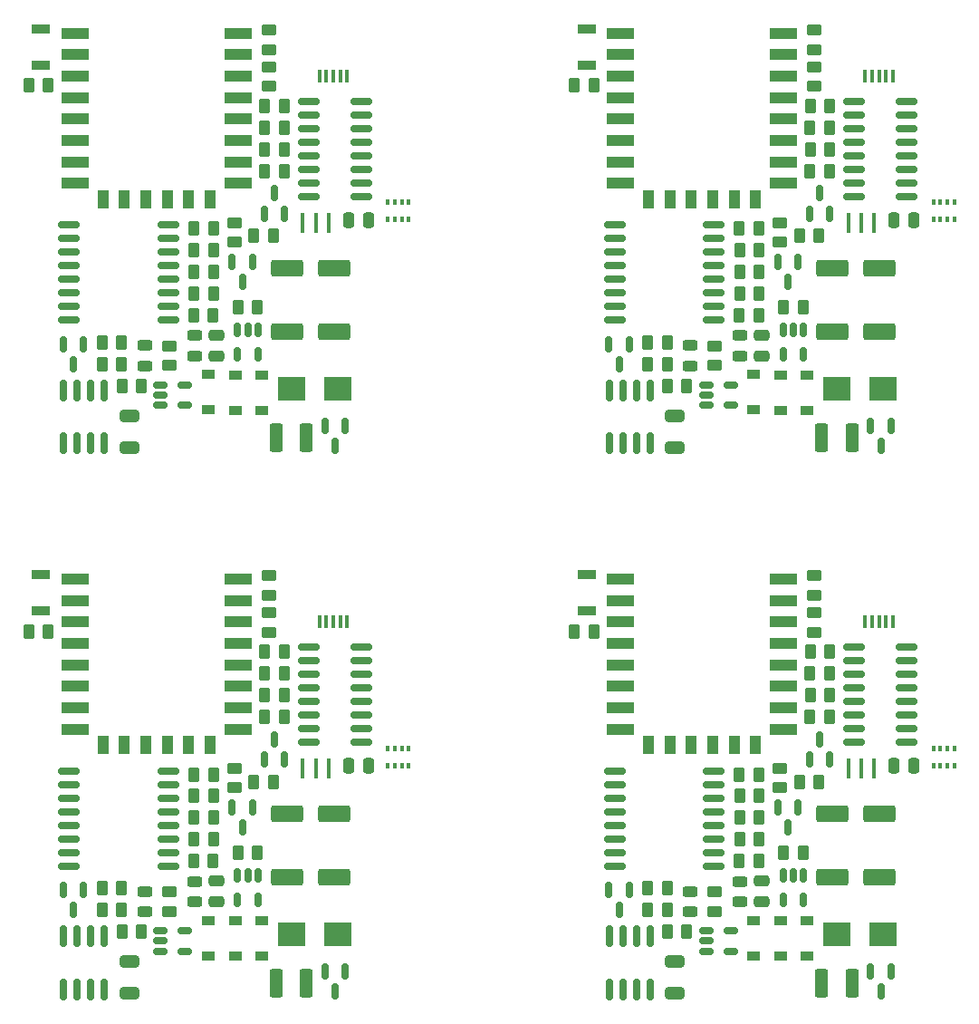
<source format=gtp>
G04 #@! TF.GenerationSoftware,KiCad,Pcbnew,(6.0.9)*
G04 #@! TF.CreationDate,2023-01-12T22:26:46+07:00*
G04 #@! TF.ProjectId,ESP12CORE_B_panel,45535031-3243-44f5-9245-5f425f70616e,rev?*
G04 #@! TF.SameCoordinates,Original*
G04 #@! TF.FileFunction,Paste,Top*
G04 #@! TF.FilePolarity,Positive*
%FSLAX46Y46*%
G04 Gerber Fmt 4.6, Leading zero omitted, Abs format (unit mm)*
G04 Created by KiCad (PCBNEW (6.0.9)) date 2023-01-12 22:26:46*
%MOMM*%
%LPD*%
G01*
G04 APERTURE LIST*
G04 Aperture macros list*
%AMRoundRect*
0 Rectangle with rounded corners*
0 $1 Rounding radius*
0 $2 $3 $4 $5 $6 $7 $8 $9 X,Y pos of 4 corners*
0 Add a 4 corners polygon primitive as box body*
4,1,4,$2,$3,$4,$5,$6,$7,$8,$9,$2,$3,0*
0 Add four circle primitives for the rounded corners*
1,1,$1+$1,$2,$3*
1,1,$1+$1,$4,$5*
1,1,$1+$1,$6,$7*
1,1,$1+$1,$8,$9*
0 Add four rect primitives between the rounded corners*
20,1,$1+$1,$2,$3,$4,$5,0*
20,1,$1+$1,$4,$5,$6,$7,0*
20,1,$1+$1,$6,$7,$8,$9,0*
20,1,$1+$1,$8,$9,$2,$3,0*%
G04 Aperture macros list end*
%ADD10R,2.500000X1.000000*%
%ADD11R,1.000000X1.800000*%
%ADD12R,1.200000X0.900000*%
%ADD13R,0.350000X0.500000*%
%ADD14R,1.700000X0.900000*%
%ADD15RoundRect,0.150000X-0.150000X0.587500X-0.150000X-0.587500X0.150000X-0.587500X0.150000X0.587500X0*%
%ADD16RoundRect,0.250000X-0.262500X-0.450000X0.262500X-0.450000X0.262500X0.450000X-0.262500X0.450000X0*%
%ADD17RoundRect,0.250000X0.262500X0.450000X-0.262500X0.450000X-0.262500X-0.450000X0.262500X-0.450000X0*%
%ADD18RoundRect,0.250000X-1.250000X-0.550000X1.250000X-0.550000X1.250000X0.550000X-1.250000X0.550000X0*%
%ADD19RoundRect,0.150000X-0.875000X-0.150000X0.875000X-0.150000X0.875000X0.150000X-0.875000X0.150000X0*%
%ADD20RoundRect,0.250000X-0.250000X-0.475000X0.250000X-0.475000X0.250000X0.475000X-0.250000X0.475000X0*%
%ADD21RoundRect,0.150000X-0.825000X-0.150000X0.825000X-0.150000X0.825000X0.150000X-0.825000X0.150000X0*%
%ADD22RoundRect,0.150000X0.150000X-0.587500X0.150000X0.587500X-0.150000X0.587500X-0.150000X-0.587500X0*%
%ADD23RoundRect,0.150000X-0.512500X-0.150000X0.512500X-0.150000X0.512500X0.150000X-0.512500X0.150000X0*%
%ADD24R,2.500000X2.300000*%
%ADD25RoundRect,0.250000X-0.650000X0.325000X-0.650000X-0.325000X0.650000X-0.325000X0.650000X0.325000X0*%
%ADD26RoundRect,0.250000X0.450000X-0.262500X0.450000X0.262500X-0.450000X0.262500X-0.450000X-0.262500X0*%
%ADD27RoundRect,0.250000X0.475000X-0.250000X0.475000X0.250000X-0.475000X0.250000X-0.475000X-0.250000X0*%
%ADD28RoundRect,0.150000X-0.150000X0.825000X-0.150000X-0.825000X0.150000X-0.825000X0.150000X0.825000X0*%
%ADD29RoundRect,0.150000X-0.150000X0.512500X-0.150000X-0.512500X0.150000X-0.512500X0.150000X0.512500X0*%
%ADD30RoundRect,0.243750X-0.456250X0.243750X-0.456250X-0.243750X0.456250X-0.243750X0.456250X0.243750X0*%
%ADD31RoundRect,0.243750X0.456250X-0.243750X0.456250X0.243750X-0.456250X0.243750X-0.456250X-0.243750X0*%
%ADD32R,0.450000X1.300000*%
%ADD33RoundRect,0.250000X0.375000X1.075000X-0.375000X1.075000X-0.375000X-1.075000X0.375000X-1.075000X0*%
%ADD34R,0.400000X1.900000*%
%ADD35RoundRect,0.250000X-0.450000X0.262500X-0.450000X-0.262500X0.450000X-0.262500X0.450000X0.262500X0*%
G04 APERTURE END LIST*
D10*
X164400000Y-112328000D03*
X164400000Y-114328000D03*
X164400000Y-116328000D03*
X164400000Y-118328000D03*
X164400000Y-120328000D03*
X164400000Y-122328000D03*
X164400000Y-124328000D03*
X164400000Y-126328000D03*
D11*
X167000000Y-127828000D03*
X169000000Y-127828000D03*
X171000000Y-127828000D03*
X173000000Y-127828000D03*
X175000000Y-127828000D03*
X177000000Y-127828000D03*
D10*
X179600000Y-126328000D03*
X179600000Y-124328000D03*
X179600000Y-122328000D03*
X179600000Y-120328000D03*
X179600000Y-118328000D03*
X179600000Y-116328000D03*
X179600000Y-114328000D03*
X179600000Y-112328000D03*
X113400000Y-112328000D03*
X113400000Y-114328000D03*
X113400000Y-116328000D03*
X113400000Y-118328000D03*
X113400000Y-120328000D03*
X113400000Y-122328000D03*
X113400000Y-124328000D03*
X113400000Y-126328000D03*
D11*
X116000000Y-127828000D03*
X118000000Y-127828000D03*
X120000000Y-127828000D03*
X122000000Y-127828000D03*
X124000000Y-127828000D03*
X126000000Y-127828000D03*
D10*
X128600000Y-126328000D03*
X128600000Y-124328000D03*
X128600000Y-122328000D03*
X128600000Y-120328000D03*
X128600000Y-118328000D03*
X128600000Y-116328000D03*
X128600000Y-114328000D03*
X128600000Y-112328000D03*
D12*
X179350000Y-147525000D03*
X179350000Y-144225000D03*
D13*
X195572362Y-78726687D03*
X194922362Y-78726687D03*
X194272362Y-78726687D03*
X193622362Y-78726687D03*
X193622362Y-77126687D03*
X194272362Y-77126687D03*
X194922362Y-77126687D03*
X195572362Y-77126687D03*
D14*
X110200827Y-60887897D03*
X110200827Y-64287897D03*
D15*
X165197348Y-90358224D03*
X163297348Y-90358224D03*
X164247348Y-92233224D03*
D12*
X176852177Y-144199169D03*
X176852177Y-147499169D03*
D16*
X182105336Y-121104000D03*
X183930336Y-121104000D03*
D17*
X177316594Y-79561634D03*
X175491594Y-79561634D03*
D16*
X175476200Y-87630000D03*
X177301200Y-87630000D03*
D18*
X184182000Y-140154000D03*
X188582000Y-140154000D03*
D12*
X130825000Y-93250000D03*
X130825000Y-96550000D03*
D19*
X163825000Y-130230000D03*
X163825000Y-131500000D03*
X163825000Y-132770000D03*
X163825000Y-134040000D03*
X163825000Y-135310000D03*
X163825000Y-136580000D03*
X163825000Y-137850000D03*
X163825000Y-139120000D03*
X173125000Y-139120000D03*
X173125000Y-137850000D03*
X173125000Y-136580000D03*
X173125000Y-135310000D03*
X173125000Y-134040000D03*
X173125000Y-132770000D03*
X173125000Y-131500000D03*
X173125000Y-130230000D03*
D16*
X124510809Y-136598000D03*
X126335809Y-136598000D03*
X131105336Y-121104000D03*
X132930336Y-121104000D03*
D17*
X168752500Y-143235934D03*
X166927500Y-143235934D03*
D15*
X129973541Y-82670793D03*
X128073541Y-82670793D03*
X129023541Y-84545793D03*
D17*
X177333864Y-83566000D03*
X175508864Y-83566000D03*
D16*
X175510809Y-136598000D03*
X177335809Y-136598000D03*
D12*
X181825000Y-93250000D03*
X181825000Y-96550000D03*
D17*
X131915699Y-80238384D03*
X130090699Y-80238384D03*
X183933550Y-72136000D03*
X182108550Y-72136000D03*
D20*
X189938000Y-129740000D03*
X191838000Y-129740000D03*
D17*
X183932840Y-68072000D03*
X182107840Y-68072000D03*
X181452500Y-86868000D03*
X179627500Y-86868000D03*
D21*
X135203064Y-118647726D03*
X135203064Y-119917726D03*
X135203064Y-121187726D03*
X135203064Y-122457726D03*
X135203064Y-123727726D03*
X135203064Y-124997726D03*
X135203064Y-126267726D03*
X135203064Y-127537726D03*
X140153064Y-127537726D03*
X140153064Y-126267726D03*
X140153064Y-124997726D03*
X140153064Y-123727726D03*
X140153064Y-122457726D03*
X140153064Y-121187726D03*
X140153064Y-119917726D03*
X140153064Y-118647726D03*
D17*
X168752500Y-92235934D03*
X166927500Y-92235934D03*
D18*
X133186648Y-134263189D03*
X137586648Y-134263189D03*
D22*
X131063050Y-129153500D03*
X132963050Y-129153500D03*
X132013050Y-127278500D03*
D23*
X172392500Y-145180000D03*
X172392500Y-146130000D03*
X172392500Y-147080000D03*
X174667500Y-147080000D03*
X174667500Y-145180000D03*
D17*
X117752500Y-141170000D03*
X115927500Y-141170000D03*
D20*
X189938000Y-78740000D03*
X191838000Y-78740000D03*
D12*
X179350000Y-96525000D03*
X179350000Y-93225000D03*
D16*
X182105336Y-70104000D03*
X183930336Y-70104000D03*
D12*
X181825000Y-144250000D03*
X181825000Y-147550000D03*
D24*
X184622000Y-94488000D03*
X188922000Y-94488000D03*
D23*
X121392500Y-94180000D03*
X121392500Y-95130000D03*
X121392500Y-96080000D03*
X123667500Y-96080000D03*
X123667500Y-94180000D03*
D25*
X118480000Y-97075000D03*
X118480000Y-100025000D03*
D26*
X122174000Y-92352500D03*
X122174000Y-90527500D03*
D18*
X184186648Y-134263189D03*
X188586648Y-134263189D03*
D12*
X128350000Y-96525000D03*
X128350000Y-93225000D03*
D24*
X133622000Y-94488000D03*
X137922000Y-94488000D03*
D17*
X132933550Y-72136000D03*
X131108550Y-72136000D03*
D27*
X177618095Y-91440000D03*
X177618095Y-89540000D03*
D25*
X169480000Y-148075000D03*
X169480000Y-151025000D03*
D26*
X173174000Y-143352500D03*
X173174000Y-141527500D03*
D12*
X125852177Y-93199169D03*
X125852177Y-96499169D03*
D17*
X132933550Y-123136000D03*
X131108550Y-123136000D03*
X126333864Y-83566000D03*
X124508864Y-83566000D03*
D12*
X128350000Y-147525000D03*
X128350000Y-144225000D03*
D16*
X124476200Y-138630000D03*
X126301200Y-138630000D03*
D17*
X132932840Y-68072000D03*
X131107840Y-68072000D03*
D16*
X124510809Y-85598000D03*
X126335809Y-85598000D03*
D15*
X138663636Y-97959082D03*
X136763636Y-97959082D03*
X137713636Y-99834082D03*
D17*
X131915699Y-131238384D03*
X130090699Y-131238384D03*
D28*
X167130000Y-94675000D03*
X165860000Y-94675000D03*
X164590000Y-94675000D03*
X163320000Y-94675000D03*
X163320000Y-99625000D03*
X164590000Y-99625000D03*
X165860000Y-99625000D03*
X167130000Y-99625000D03*
D16*
X182098906Y-125168000D03*
X183923906Y-125168000D03*
D18*
X133186648Y-83263189D03*
X137586648Y-83263189D03*
D26*
X182508320Y-117268384D03*
X182508320Y-115443384D03*
D15*
X189663636Y-148959082D03*
X187763636Y-148959082D03*
X188713636Y-150834082D03*
D26*
X179270000Y-80819000D03*
X179270000Y-78994000D03*
D17*
X183933550Y-123136000D03*
X182108550Y-123136000D03*
X119588725Y-145234000D03*
X117763725Y-145234000D03*
D19*
X163825000Y-79230000D03*
X163825000Y-80500000D03*
X163825000Y-81770000D03*
X163825000Y-83040000D03*
X163825000Y-84310000D03*
X163825000Y-85580000D03*
X163825000Y-86850000D03*
X163825000Y-88120000D03*
X173125000Y-88120000D03*
X173125000Y-86850000D03*
X173125000Y-85580000D03*
X173125000Y-84310000D03*
X173125000Y-83040000D03*
X173125000Y-81770000D03*
X173125000Y-80500000D03*
X173125000Y-79230000D03*
D18*
X184186648Y-83263189D03*
X188586648Y-83263189D03*
D17*
X110890107Y-117206359D03*
X109065107Y-117206359D03*
D26*
X131508320Y-117268384D03*
X131508320Y-115443384D03*
D17*
X117752500Y-90170000D03*
X115927500Y-90170000D03*
D29*
X181490000Y-89032500D03*
X180540000Y-89032500D03*
X179590000Y-89032500D03*
X179590000Y-91307500D03*
X181490000Y-91307500D03*
D30*
X124538237Y-89565000D03*
X124538237Y-91440000D03*
D29*
X130490000Y-140032500D03*
X129540000Y-140032500D03*
X128590000Y-140032500D03*
X128590000Y-142307500D03*
X130490000Y-142307500D03*
D15*
X114197348Y-90358224D03*
X112297348Y-90358224D03*
X113247348Y-92233224D03*
D17*
X126316594Y-130561634D03*
X124491594Y-130561634D03*
D25*
X118480000Y-148075000D03*
X118480000Y-151025000D03*
D17*
X126342608Y-132564676D03*
X124517608Y-132564676D03*
D30*
X175538237Y-89565000D03*
X175538237Y-91440000D03*
D31*
X170888000Y-143377500D03*
X170888000Y-141502500D03*
D18*
X133182000Y-89154000D03*
X137582000Y-89154000D03*
D15*
X129973541Y-133670793D03*
X128073541Y-133670793D03*
X129023541Y-135545793D03*
D16*
X131098906Y-74168000D03*
X132923906Y-74168000D03*
D32*
X189841582Y-116290224D03*
X189191582Y-116290224D03*
X188541582Y-116290224D03*
X187891582Y-116290224D03*
X187241582Y-116290224D03*
D31*
X170888000Y-92377500D03*
X170888000Y-90502500D03*
D18*
X133182000Y-140154000D03*
X137582000Y-140154000D03*
D16*
X131105336Y-70104000D03*
X132930336Y-70104000D03*
D17*
X177342608Y-81564676D03*
X175517608Y-81564676D03*
D15*
X165197348Y-141358224D03*
X163297348Y-141358224D03*
X164247348Y-143233224D03*
D18*
X184182000Y-89154000D03*
X188582000Y-89154000D03*
D30*
X175538237Y-140565000D03*
X175538237Y-142440000D03*
D17*
X117752500Y-143235934D03*
X115927500Y-143235934D03*
X170588725Y-145234000D03*
X168763725Y-145234000D03*
D33*
X135004000Y-150060000D03*
X132204000Y-150060000D03*
D17*
X170588725Y-94234000D03*
X168763725Y-94234000D03*
D21*
X186203064Y-67647726D03*
X186203064Y-68917726D03*
X186203064Y-70187726D03*
X186203064Y-71457726D03*
X186203064Y-72727726D03*
X186203064Y-73997726D03*
X186203064Y-75267726D03*
X186203064Y-76537726D03*
X191153064Y-76537726D03*
X191153064Y-75267726D03*
X191153064Y-73997726D03*
X191153064Y-72727726D03*
X191153064Y-71457726D03*
X191153064Y-70187726D03*
X191153064Y-68917726D03*
X191153064Y-67647726D03*
D19*
X112825000Y-130230000D03*
X112825000Y-131500000D03*
X112825000Y-132770000D03*
X112825000Y-134040000D03*
X112825000Y-135310000D03*
X112825000Y-136580000D03*
X112825000Y-137850000D03*
X112825000Y-139120000D03*
X122125000Y-139120000D03*
X122125000Y-137850000D03*
X122125000Y-136580000D03*
X122125000Y-135310000D03*
X122125000Y-134040000D03*
X122125000Y-132770000D03*
X122125000Y-131500000D03*
X122125000Y-130230000D03*
D26*
X182508320Y-66268384D03*
X182508320Y-64443384D03*
D23*
X172392500Y-94180000D03*
X172392500Y-95130000D03*
X172392500Y-96080000D03*
X174667500Y-96080000D03*
X174667500Y-94180000D03*
D13*
X195572362Y-129726687D03*
X194922362Y-129726687D03*
X194272362Y-129726687D03*
X193622362Y-129726687D03*
X193622362Y-128126687D03*
X194272362Y-128126687D03*
X194922362Y-128126687D03*
X195572362Y-128126687D03*
D29*
X181490000Y-140032500D03*
X180540000Y-140032500D03*
X179590000Y-140032500D03*
X179590000Y-142307500D03*
X181490000Y-142307500D03*
X130490000Y-89032500D03*
X129540000Y-89032500D03*
X128590000Y-89032500D03*
X128590000Y-91307500D03*
X130490000Y-91307500D03*
D26*
X128270000Y-80819000D03*
X128270000Y-78994000D03*
D17*
X177333864Y-134566000D03*
X175508864Y-134566000D03*
D12*
X125852177Y-144199169D03*
X125852177Y-147499169D03*
D27*
X177618095Y-142440000D03*
X177618095Y-140540000D03*
D17*
X161890107Y-117206359D03*
X160065107Y-117206359D03*
D34*
X188090000Y-129994000D03*
X186890000Y-129994000D03*
X185690000Y-129994000D03*
D17*
X132932840Y-119072000D03*
X131107840Y-119072000D03*
D26*
X179270000Y-131819000D03*
X179270000Y-129994000D03*
D23*
X121392500Y-145180000D03*
X121392500Y-146130000D03*
X121392500Y-147080000D03*
X123667500Y-147080000D03*
X123667500Y-145180000D03*
D13*
X144572362Y-78726687D03*
X143922362Y-78726687D03*
X143272362Y-78726687D03*
X142622362Y-78726687D03*
X142622362Y-77126687D03*
X143272362Y-77126687D03*
X143922362Y-77126687D03*
X144572362Y-77126687D03*
D17*
X126316594Y-79561634D03*
X124491594Y-79561634D03*
X168752500Y-90170000D03*
X166927500Y-90170000D03*
D26*
X128270000Y-131819000D03*
X128270000Y-129994000D03*
D34*
X137090000Y-129994000D03*
X135890000Y-129994000D03*
X134690000Y-129994000D03*
D33*
X186004000Y-99060000D03*
X183204000Y-99060000D03*
X186004000Y-150060000D03*
X183204000Y-150060000D03*
D17*
X126333864Y-134566000D03*
X124508864Y-134566000D03*
X168752500Y-141170000D03*
X166927500Y-141170000D03*
X117752500Y-92235934D03*
X115927500Y-92235934D03*
X161890107Y-66206359D03*
X160065107Y-66206359D03*
D26*
X173174000Y-92352500D03*
X173174000Y-90527500D03*
D16*
X175476200Y-138630000D03*
X177301200Y-138630000D03*
D22*
X182063050Y-78153500D03*
X183963050Y-78153500D03*
X183013050Y-76278500D03*
D26*
X131508320Y-66268384D03*
X131508320Y-64443384D03*
D16*
X175510809Y-85598000D03*
X177335809Y-85598000D03*
D17*
X181452500Y-137868000D03*
X179627500Y-137868000D03*
D15*
X180973541Y-133670793D03*
X179073541Y-133670793D03*
X180023541Y-135545793D03*
X138663636Y-148959082D03*
X136763636Y-148959082D03*
X137713636Y-150834082D03*
D17*
X119588725Y-94234000D03*
X117763725Y-94234000D03*
D35*
X182521512Y-112002915D03*
X182521512Y-113827915D03*
D17*
X130452500Y-137868000D03*
X128627500Y-137868000D03*
D27*
X126618095Y-142440000D03*
X126618095Y-140540000D03*
D17*
X183932840Y-119072000D03*
X182107840Y-119072000D03*
D28*
X167130000Y-145675000D03*
X165860000Y-145675000D03*
X164590000Y-145675000D03*
X163320000Y-145675000D03*
X163320000Y-150625000D03*
X164590000Y-150625000D03*
X165860000Y-150625000D03*
X167130000Y-150625000D03*
D24*
X133622000Y-145488000D03*
X137922000Y-145488000D03*
D15*
X180973541Y-82670793D03*
X179073541Y-82670793D03*
X180023541Y-84545793D03*
D28*
X116130000Y-94675000D03*
X114860000Y-94675000D03*
X113590000Y-94675000D03*
X112320000Y-94675000D03*
X112320000Y-99625000D03*
X113590000Y-99625000D03*
X114860000Y-99625000D03*
X116130000Y-99625000D03*
D21*
X135203064Y-67647726D03*
X135203064Y-68917726D03*
X135203064Y-70187726D03*
X135203064Y-71457726D03*
X135203064Y-72727726D03*
X135203064Y-73997726D03*
X135203064Y-75267726D03*
X135203064Y-76537726D03*
X140153064Y-76537726D03*
X140153064Y-75267726D03*
X140153064Y-73997726D03*
X140153064Y-72727726D03*
X140153064Y-71457726D03*
X140153064Y-70187726D03*
X140153064Y-68917726D03*
X140153064Y-67647726D03*
D27*
X126618095Y-91440000D03*
X126618095Y-89540000D03*
D16*
X124476200Y-87630000D03*
X126301200Y-87630000D03*
D34*
X188090000Y-78994000D03*
X186890000Y-78994000D03*
X185690000Y-78994000D03*
D17*
X182915699Y-131238384D03*
X181090699Y-131238384D03*
D10*
X164400000Y-61328000D03*
X164400000Y-63328000D03*
X164400000Y-65328000D03*
X164400000Y-67328000D03*
X164400000Y-69328000D03*
X164400000Y-71328000D03*
X164400000Y-73328000D03*
X164400000Y-75328000D03*
D11*
X167000000Y-76828000D03*
X169000000Y-76828000D03*
X171000000Y-76828000D03*
X173000000Y-76828000D03*
X175000000Y-76828000D03*
X177000000Y-76828000D03*
D10*
X179600000Y-75328000D03*
X179600000Y-73328000D03*
X179600000Y-71328000D03*
X179600000Y-69328000D03*
X179600000Y-67328000D03*
X179600000Y-65328000D03*
X179600000Y-63328000D03*
X179600000Y-61328000D03*
D35*
X131521512Y-61002915D03*
X131521512Y-62827915D03*
D15*
X114197348Y-141358224D03*
X112297348Y-141358224D03*
X113247348Y-143233224D03*
D28*
X116130000Y-145675000D03*
X114860000Y-145675000D03*
X113590000Y-145675000D03*
X112320000Y-145675000D03*
X112320000Y-150625000D03*
X113590000Y-150625000D03*
X114860000Y-150625000D03*
X116130000Y-150625000D03*
D32*
X189841582Y-65290224D03*
X189191582Y-65290224D03*
X188541582Y-65290224D03*
X187891582Y-65290224D03*
X187241582Y-65290224D03*
D19*
X112825000Y-79230000D03*
X112825000Y-80500000D03*
X112825000Y-81770000D03*
X112825000Y-83040000D03*
X112825000Y-84310000D03*
X112825000Y-85580000D03*
X112825000Y-86850000D03*
X112825000Y-88120000D03*
X122125000Y-88120000D03*
X122125000Y-86850000D03*
X122125000Y-85580000D03*
X122125000Y-84310000D03*
X122125000Y-83040000D03*
X122125000Y-81770000D03*
X122125000Y-80500000D03*
X122125000Y-79230000D03*
D14*
X161200827Y-111887897D03*
X161200827Y-115287897D03*
D17*
X126342608Y-81564676D03*
X124517608Y-81564676D03*
D12*
X176852177Y-93199169D03*
X176852177Y-96499169D03*
D22*
X182063050Y-129153500D03*
X183963050Y-129153500D03*
X183013050Y-127278500D03*
D10*
X113400000Y-61328000D03*
X113400000Y-63328000D03*
X113400000Y-65328000D03*
X113400000Y-67328000D03*
X113400000Y-69328000D03*
X113400000Y-71328000D03*
X113400000Y-73328000D03*
X113400000Y-75328000D03*
D11*
X116000000Y-76828000D03*
X118000000Y-76828000D03*
X120000000Y-76828000D03*
X122000000Y-76828000D03*
X124000000Y-76828000D03*
X126000000Y-76828000D03*
D10*
X128600000Y-75328000D03*
X128600000Y-73328000D03*
X128600000Y-71328000D03*
X128600000Y-69328000D03*
X128600000Y-67328000D03*
X128600000Y-65328000D03*
X128600000Y-63328000D03*
X128600000Y-61328000D03*
D20*
X138938000Y-129740000D03*
X140838000Y-129740000D03*
D21*
X186203064Y-118647726D03*
X186203064Y-119917726D03*
X186203064Y-121187726D03*
X186203064Y-122457726D03*
X186203064Y-123727726D03*
X186203064Y-124997726D03*
X186203064Y-126267726D03*
X186203064Y-127537726D03*
X191153064Y-127537726D03*
X191153064Y-126267726D03*
X191153064Y-124997726D03*
X191153064Y-123727726D03*
X191153064Y-122457726D03*
X191153064Y-121187726D03*
X191153064Y-119917726D03*
X191153064Y-118647726D03*
D17*
X182915699Y-80238384D03*
X181090699Y-80238384D03*
X177342608Y-132564676D03*
X175517608Y-132564676D03*
D20*
X138938000Y-78740000D03*
X140838000Y-78740000D03*
D14*
X110200827Y-111887897D03*
X110200827Y-115287897D03*
D12*
X130825000Y-144250000D03*
X130825000Y-147550000D03*
D17*
X130452500Y-86868000D03*
X128627500Y-86868000D03*
D30*
X124538237Y-140565000D03*
X124538237Y-142440000D03*
D15*
X189663636Y-97959082D03*
X187763636Y-97959082D03*
X188713636Y-99834082D03*
D35*
X131521512Y-112002915D03*
X131521512Y-113827915D03*
D34*
X137090000Y-78994000D03*
X135890000Y-78994000D03*
X134690000Y-78994000D03*
D24*
X184622000Y-145488000D03*
X188922000Y-145488000D03*
D22*
X131063050Y-78153500D03*
X132963050Y-78153500D03*
X132013050Y-76278500D03*
D13*
X144572362Y-129726687D03*
X143922362Y-129726687D03*
X143272362Y-129726687D03*
X142622362Y-129726687D03*
X142622362Y-128126687D03*
X143272362Y-128126687D03*
X143922362Y-128126687D03*
X144572362Y-128126687D03*
D16*
X131098906Y-125168000D03*
X132923906Y-125168000D03*
D33*
X135004000Y-99060000D03*
X132204000Y-99060000D03*
D26*
X122174000Y-143352500D03*
X122174000Y-141527500D03*
D32*
X138841582Y-65290224D03*
X138191582Y-65290224D03*
X137541582Y-65290224D03*
X136891582Y-65290224D03*
X136241582Y-65290224D03*
D14*
X161200827Y-60887897D03*
X161200827Y-64287897D03*
D35*
X182521512Y-61002915D03*
X182521512Y-62827915D03*
D16*
X182098906Y-74168000D03*
X183923906Y-74168000D03*
D17*
X177316594Y-130561634D03*
X175491594Y-130561634D03*
D32*
X138841582Y-116290224D03*
X138191582Y-116290224D03*
X137541582Y-116290224D03*
X136891582Y-116290224D03*
X136241582Y-116290224D03*
D17*
X110890107Y-66206359D03*
X109065107Y-66206359D03*
D31*
X119888000Y-143377500D03*
X119888000Y-141502500D03*
D25*
X169480000Y-97075000D03*
X169480000Y-100025000D03*
D31*
X119888000Y-92377500D03*
X119888000Y-90502500D03*
M02*

</source>
